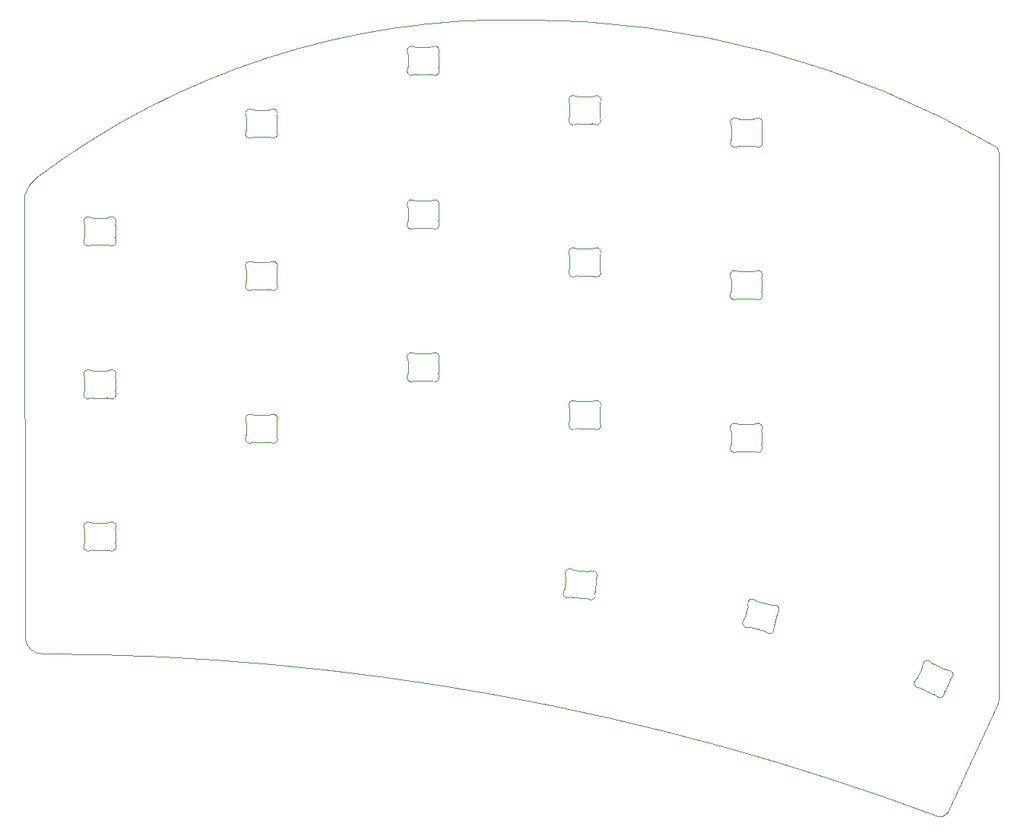
<source format=gbr>
%TF.GenerationSoftware,KiCad,Pcbnew,(6.0.4)*%
%TF.CreationDate,2022-10-21T08:01:46-04:00*%
%TF.ProjectId,half-swept,68616c66-2d73-4776-9570-742e6b696361,rev?*%
%TF.SameCoordinates,Original*%
%TF.FileFunction,Profile,NP*%
%FSLAX46Y46*%
G04 Gerber Fmt 4.6, Leading zero omitted, Abs format (unit mm)*
G04 Created by KiCad (PCBNEW (6.0.4)) date 2022-10-21 08:01:46*
%MOMM*%
%LPD*%
G01*
G04 APERTURE LIST*
%TA.AperFunction,Profile*%
%ADD10C,0.050000*%
%TD*%
%TA.AperFunction,Profile*%
%ADD11C,0.100000*%
%TD*%
G04 APERTURE END LIST*
D10*
X141145325Y-63799798D02*
X141185524Y-113068119D01*
X249697303Y-59206870D02*
G75*
G03*
X249335271Y-58403096I-1044703J12870D01*
G01*
X142572273Y-61786100D02*
G75*
G03*
X141145325Y-63799798I2445127J-3245100D01*
G01*
X249335270Y-58403097D02*
G75*
G03*
X196835272Y-44253095I-52476920J-90233343D01*
G01*
X242678448Y-132937301D02*
G75*
G03*
X143223270Y-114904215I-99965888J-268055219D01*
G01*
X141185496Y-113068121D02*
G75*
G03*
X143223270Y-114904215I1978004J146421D01*
G01*
X249697270Y-59206870D02*
X249697271Y-119903095D01*
X196835272Y-44253092D02*
G75*
G03*
X142572269Y-61786095I-1656772J-87608408D01*
G01*
X249585264Y-120403091D02*
G75*
G03*
X249697271Y-119903095I-1059964J499991D01*
G01*
X242678456Y-132937286D02*
G75*
G03*
X243885271Y-132603095I439944J757386D01*
G01*
X249585270Y-120403094D02*
X243885271Y-132603095D01*
D11*
%TO.C,D12*%
X201273235Y-107694428D02*
X201395749Y-106294093D01*
X202367327Y-105578893D02*
X203950186Y-105717375D01*
X203688717Y-108705958D02*
X202105860Y-108567476D01*
X204782809Y-106590422D02*
X204660295Y-107990757D01*
X203950186Y-105717375D02*
G75*
G03*
X204207436Y-105671322I43577J498098D01*
G01*
X204851008Y-106378682D02*
G75*
G03*
X204782809Y-106590421I429880J-255312D01*
G01*
X203934064Y-108795983D02*
G75*
G03*
X204690690Y-108211122I288923J408073D01*
G01*
X201205039Y-107906169D02*
G75*
G03*
X201848608Y-108613527I429895J-255318D01*
G01*
X202121980Y-105488867D02*
G75*
G03*
X202367326Y-105578892I288928J408082D01*
G01*
X202121981Y-105488866D02*
G75*
G03*
X201365354Y-106073727I-288925J-408071D01*
G01*
X201205038Y-107906169D02*
G75*
G03*
X201273235Y-107694429I-429931J255324D01*
G01*
X204660296Y-107990757D02*
G75*
G03*
X204690690Y-108211123I498087J-43579D01*
G01*
X204851009Y-106378682D02*
G75*
G03*
X204207436Y-105671322I-429900J255316D01*
G01*
X201395763Y-106294094D02*
G75*
G03*
X201365354Y-106073727I-497709J43602D01*
G01*
X202105860Y-108567477D02*
G75*
G03*
X201848609Y-108613529I-43577J-498106D01*
G01*
X203934064Y-108795983D02*
G75*
G03*
X203688717Y-108705958I-288927J-408081D01*
G01*
%TO.C,D16*%
X165835271Y-56525937D02*
X165835271Y-55120253D01*
X169235269Y-55120253D02*
X169235269Y-56525937D01*
X166740818Y-54323096D02*
X168329723Y-54323096D01*
X168329722Y-57323095D02*
X166740818Y-57323095D01*
X166740818Y-57323096D02*
G75*
G03*
X166488560Y-57391394I2J-500009D01*
G01*
X169284754Y-54903375D02*
G75*
G03*
X169235269Y-55120252I450505J-216876D01*
G01*
X168581981Y-57391394D02*
G75*
G03*
X169284754Y-56742814I252259J431700D01*
G01*
X168329723Y-54323096D02*
G75*
G03*
X168581981Y-54254797I-3J500009D01*
G01*
X169235269Y-56525937D02*
G75*
G03*
X169284754Y-56742815I499990J-2D01*
G01*
X165785788Y-56742816D02*
G75*
G03*
X165835271Y-56525938I-450548J216881D01*
G01*
X165835275Y-55120253D02*
G75*
G03*
X165785786Y-54903375I-499705J58D01*
G01*
X166488560Y-54254795D02*
G75*
G03*
X165785786Y-54903375I-252260J-431700D01*
G01*
X169284755Y-54903375D02*
G75*
G03*
X168581981Y-54254797I-450516J216877D01*
G01*
X168581981Y-57391394D02*
G75*
G03*
X168329722Y-57323095I-252261J-431710D01*
G01*
X166488559Y-54254796D02*
G75*
G03*
X166740817Y-54323095I252261J431711D01*
G01*
X165785789Y-56742816D02*
G75*
G03*
X166488559Y-57391392I450511J-216879D01*
G01*
%TO.C,D8*%
X183835270Y-83659937D02*
X183835270Y-82254253D01*
X187235268Y-82254253D02*
X187235268Y-83659937D01*
X184740817Y-81457096D02*
X186329722Y-81457096D01*
X186329721Y-84457095D02*
X184740817Y-84457095D01*
X186581980Y-84525394D02*
G75*
G03*
X187284753Y-83876814I252259J431700D01*
G01*
X187284754Y-82037375D02*
G75*
G03*
X186581980Y-81388797I-450516J216877D01*
G01*
X184740817Y-84457096D02*
G75*
G03*
X184488559Y-84525394I2J-500009D01*
G01*
X183785788Y-83876816D02*
G75*
G03*
X184488558Y-84525392I450511J-216879D01*
G01*
X183785787Y-83876816D02*
G75*
G03*
X183835270Y-83659938I-450548J216881D01*
G01*
X184488559Y-81388795D02*
G75*
G03*
X183785785Y-82037375I-252260J-431700D01*
G01*
X187235268Y-83659937D02*
G75*
G03*
X187284753Y-83876815I499990J-2D01*
G01*
X184488558Y-81388796D02*
G75*
G03*
X184740816Y-81457095I252261J431711D01*
G01*
X186329722Y-81457096D02*
G75*
G03*
X186581980Y-81388797I-3J500009D01*
G01*
X187284753Y-82037375D02*
G75*
G03*
X187235268Y-82254252I450505J-216876D01*
G01*
X186581980Y-84525394D02*
G75*
G03*
X186329721Y-84457095I-252261J-431710D01*
G01*
X183835274Y-82254253D02*
G75*
G03*
X183785785Y-82037375I-499705J58D01*
G01*
%TO.C,D2*%
X183835271Y-49525937D02*
X183835271Y-48120253D01*
X187235269Y-48120253D02*
X187235269Y-49525937D01*
X186329722Y-50323095D02*
X184740818Y-50323095D01*
X184740818Y-47323096D02*
X186329723Y-47323096D01*
X183785789Y-49742816D02*
G75*
G03*
X184488559Y-50391392I450511J-216879D01*
G01*
X187284755Y-47903375D02*
G75*
G03*
X186581981Y-47254797I-450516J216877D01*
G01*
X186581981Y-50391394D02*
G75*
G03*
X187284754Y-49742814I252259J431700D01*
G01*
X184488559Y-47254796D02*
G75*
G03*
X184740817Y-47323095I252261J431711D01*
G01*
X186581981Y-50391394D02*
G75*
G03*
X186329722Y-50323095I-252261J-431710D01*
G01*
X186329723Y-47323096D02*
G75*
G03*
X186581981Y-47254797I-3J500009D01*
G01*
X184488560Y-47254795D02*
G75*
G03*
X183785786Y-47903375I-252260J-431700D01*
G01*
X187284754Y-47903375D02*
G75*
G03*
X187235269Y-48120252I450505J-216876D01*
G01*
X183785788Y-49742816D02*
G75*
G03*
X183835271Y-49525938I-450548J216881D01*
G01*
X184740818Y-50323096D02*
G75*
G03*
X184488560Y-50391394I2J-500009D01*
G01*
X187235269Y-49525937D02*
G75*
G03*
X187284754Y-49742815I499990J-2D01*
G01*
X183835275Y-48120253D02*
G75*
G03*
X183785786Y-47903375I-499705J58D01*
G01*
%TO.C,D15*%
X222770917Y-109041684D02*
X224305682Y-109452923D01*
X224974053Y-110457290D02*
X224610235Y-111815076D01*
X223529224Y-112350699D02*
X221994460Y-111939460D01*
X221326089Y-110935092D02*
X221689907Y-109577305D01*
X221994460Y-111939461D02*
G75*
G03*
X221733121Y-111940143I-129410J-482972D01*
G01*
X221222160Y-111131774D02*
G75*
G03*
X221326089Y-110935093I-379063J326102D01*
G01*
X221222160Y-111131774D02*
G75*
G03*
X221733120Y-111940141I379028J-326090D01*
G01*
X222544933Y-108910420D02*
G75*
G03*
X221698240Y-109355010I-355397J-351701D01*
G01*
X225077984Y-110260609D02*
G75*
G03*
X224974053Y-110457289I379014J-326081D01*
G01*
X223755210Y-112481960D02*
G75*
G03*
X223529224Y-112350699I-355404J-351716D01*
G01*
X222544932Y-108910421D02*
G75*
G03*
X222770917Y-109041682I355400J351710D01*
G01*
X224305682Y-109452922D02*
G75*
G03*
X224567021Y-109452240I129409J482964D01*
G01*
X225077984Y-110260609D02*
G75*
G03*
X224567021Y-109452240I-379033J326089D01*
G01*
X221689911Y-109577306D02*
G75*
G03*
X221698240Y-109355010I-482663J129389D01*
G01*
X223755210Y-112481960D02*
G75*
G03*
X224601902Y-112037371I355396J351701D01*
G01*
X224610234Y-111815076D02*
G75*
G03*
X224601901Y-112037372I482954J-129409D01*
G01*
%TO.C,D11*%
X201835271Y-88993938D02*
X201835271Y-87588254D01*
X202740818Y-86791097D02*
X204329723Y-86791097D01*
X205235269Y-87588254D02*
X205235269Y-88993938D01*
X204329722Y-89791096D02*
X202740818Y-89791096D01*
X202740818Y-89791097D02*
G75*
G03*
X202488560Y-89859395I2J-500009D01*
G01*
X201835275Y-87588254D02*
G75*
G03*
X201785786Y-87371376I-499705J58D01*
G01*
X204581981Y-89859395D02*
G75*
G03*
X204329722Y-89791096I-252261J-431710D01*
G01*
X205235269Y-88993938D02*
G75*
G03*
X205284754Y-89210816I499990J-2D01*
G01*
X205284754Y-87371376D02*
G75*
G03*
X205235269Y-87588253I450505J-216876D01*
G01*
X204581981Y-89859395D02*
G75*
G03*
X205284754Y-89210815I252259J431700D01*
G01*
X201785788Y-89210817D02*
G75*
G03*
X201835271Y-88993939I-450548J216881D01*
G01*
X201785789Y-89210817D02*
G75*
G03*
X202488559Y-89859393I450511J-216879D01*
G01*
X204329723Y-86791097D02*
G75*
G03*
X204581981Y-86722798I-3J500009D01*
G01*
X202488560Y-86722796D02*
G75*
G03*
X201785786Y-87371376I-252260J-431700D01*
G01*
X205284755Y-87371376D02*
G75*
G03*
X204581981Y-86722798I-450516J216877D01*
G01*
X202488559Y-86722797D02*
G75*
G03*
X202740817Y-86791096I252261J431711D01*
G01*
%TO.C,D14*%
X204329722Y-72773096D02*
X202740818Y-72773096D01*
X201835271Y-71975938D02*
X201835271Y-70570254D01*
X205235269Y-70570254D02*
X205235269Y-71975938D01*
X202740818Y-69773097D02*
X204329723Y-69773097D01*
X204329723Y-69773097D02*
G75*
G03*
X204581981Y-69704798I-3J500009D01*
G01*
X201785788Y-72192817D02*
G75*
G03*
X201835271Y-71975939I-450548J216881D01*
G01*
X201785789Y-72192817D02*
G75*
G03*
X202488559Y-72841393I450511J-216879D01*
G01*
X202488559Y-69704797D02*
G75*
G03*
X202740817Y-69773096I252261J431711D01*
G01*
X201835275Y-70570254D02*
G75*
G03*
X201785786Y-70353376I-499705J58D01*
G01*
X204581981Y-72841395D02*
G75*
G03*
X205284754Y-72192815I252259J431700D01*
G01*
X204581981Y-72841395D02*
G75*
G03*
X204329722Y-72773096I-252261J-431710D01*
G01*
X202488560Y-69704796D02*
G75*
G03*
X201785786Y-70353376I-252260J-431700D01*
G01*
X202740818Y-72773097D02*
G75*
G03*
X202488560Y-72841395I2J-500009D01*
G01*
X205284754Y-70353376D02*
G75*
G03*
X205235269Y-70570253I450505J-216876D01*
G01*
X205284755Y-70353376D02*
G75*
G03*
X204581981Y-69704798I-450516J216877D01*
G01*
X205235269Y-71975938D02*
G75*
G03*
X205284754Y-72192816I499990J-2D01*
G01*
%TO.C,D10*%
X166740818Y-88315096D02*
X168329723Y-88315096D01*
X168329722Y-91315095D02*
X166740818Y-91315095D01*
X165835271Y-90517937D02*
X165835271Y-89112253D01*
X169235269Y-89112253D02*
X169235269Y-90517937D01*
X169284754Y-88895375D02*
G75*
G03*
X169235269Y-89112252I450505J-216876D01*
G01*
X168581981Y-91383394D02*
G75*
G03*
X169284754Y-90734814I252259J431700D01*
G01*
X168581981Y-91383394D02*
G75*
G03*
X168329722Y-91315095I-252261J-431710D01*
G01*
X168329723Y-88315096D02*
G75*
G03*
X168581981Y-88246797I-3J500009D01*
G01*
X166740818Y-91315096D02*
G75*
G03*
X166488560Y-91383394I2J-500009D01*
G01*
X165785789Y-90734816D02*
G75*
G03*
X166488559Y-91383392I450511J-216879D01*
G01*
X169235269Y-90517937D02*
G75*
G03*
X169284754Y-90734815I499990J-2D01*
G01*
X166488560Y-88246795D02*
G75*
G03*
X165785786Y-88895375I-252260J-431700D01*
G01*
X165785788Y-90734816D02*
G75*
G03*
X165835271Y-90517938I-450548J216881D01*
G01*
X166488559Y-88246796D02*
G75*
G03*
X166740817Y-88315095I252261J431711D01*
G01*
X165835275Y-89112253D02*
G75*
G03*
X165785786Y-88895375I-499705J58D01*
G01*
X169284755Y-88895375D02*
G75*
G03*
X168581981Y-88246797I-450516J216877D01*
G01*
%TO.C,D1*%
X147835271Y-68525937D02*
X147835271Y-67120253D01*
X151235269Y-67120253D02*
X151235269Y-68525937D01*
X150329722Y-69323095D02*
X148740818Y-69323095D01*
X148740818Y-66323096D02*
X150329723Y-66323096D01*
X148488560Y-66254795D02*
G75*
G03*
X147785786Y-66903375I-252260J-431700D01*
G01*
X150329723Y-66323096D02*
G75*
G03*
X150581981Y-66254797I-3J500009D01*
G01*
X148740818Y-69323096D02*
G75*
G03*
X148488560Y-69391394I2J-500009D01*
G01*
X150581981Y-69391394D02*
G75*
G03*
X150329722Y-69323095I-252261J-431710D01*
G01*
X151235269Y-68525937D02*
G75*
G03*
X151284754Y-68742815I499990J-2D01*
G01*
X151284755Y-66903375D02*
G75*
G03*
X150581981Y-66254797I-450516J216877D01*
G01*
X147785789Y-68742816D02*
G75*
G03*
X148488559Y-69391392I450511J-216879D01*
G01*
X150581981Y-69391394D02*
G75*
G03*
X151284754Y-68742814I252259J431700D01*
G01*
X151284754Y-66903375D02*
G75*
G03*
X151235269Y-67120252I450505J-216876D01*
G01*
X148488559Y-66254796D02*
G75*
G03*
X148740817Y-66323095I252261J431711D01*
G01*
X147835275Y-67120253D02*
G75*
G03*
X147785786Y-66903375I-499705J58D01*
G01*
X147785788Y-68742816D02*
G75*
G03*
X147835271Y-68525938I-450548J216881D01*
G01*
%TO.C,D9*%
X220720818Y-89331096D02*
X222309723Y-89331096D01*
X219815271Y-91533937D02*
X219815271Y-90128253D01*
X222309722Y-92331095D02*
X220720818Y-92331095D01*
X223215269Y-90128253D02*
X223215269Y-91533937D01*
X220468560Y-89262795D02*
G75*
G03*
X219765786Y-89911375I-252260J-431700D01*
G01*
X223215269Y-91533937D02*
G75*
G03*
X223264754Y-91750815I499990J-2D01*
G01*
X219765788Y-91750816D02*
G75*
G03*
X219815271Y-91533938I-450548J216881D01*
G01*
X222561981Y-92399394D02*
G75*
G03*
X222309722Y-92331095I-252261J-431710D01*
G01*
X223264755Y-89911375D02*
G75*
G03*
X222561981Y-89262797I-450516J216877D01*
G01*
X219765789Y-91750816D02*
G75*
G03*
X220468559Y-92399392I450511J-216879D01*
G01*
X220720818Y-92331096D02*
G75*
G03*
X220468560Y-92399394I2J-500009D01*
G01*
X222309723Y-89331096D02*
G75*
G03*
X222561981Y-89262797I-3J500009D01*
G01*
X220468559Y-89262796D02*
G75*
G03*
X220720817Y-89331095I252261J431711D01*
G01*
X219815275Y-90128253D02*
G75*
G03*
X219765786Y-89911375I-499705J58D01*
G01*
X223264754Y-89911375D02*
G75*
G03*
X223215269Y-90128252I450505J-216876D01*
G01*
X222561981Y-92399394D02*
G75*
G03*
X223264754Y-91750814I252259J431700D01*
G01*
%TO.C,D17*%
X201835272Y-55025937D02*
X201835272Y-53620253D01*
X205235270Y-53620253D02*
X205235270Y-55025937D01*
X204329723Y-55823095D02*
X202740819Y-55823095D01*
X202740819Y-52823096D02*
X204329724Y-52823096D01*
X202488561Y-52754795D02*
G75*
G03*
X201785787Y-53403375I-252260J-431700D01*
G01*
X201835276Y-53620253D02*
G75*
G03*
X201785787Y-53403375I-499705J58D01*
G01*
X202488560Y-52754796D02*
G75*
G03*
X202740818Y-52823095I252261J431711D01*
G01*
X201785790Y-55242816D02*
G75*
G03*
X202488560Y-55891392I450511J-216879D01*
G01*
X205284755Y-53403375D02*
G75*
G03*
X205235270Y-53620252I450505J-216876D01*
G01*
X204581982Y-55891394D02*
G75*
G03*
X205284755Y-55242814I252259J431700D01*
G01*
X204581982Y-55891394D02*
G75*
G03*
X204329723Y-55823095I-252261J-431710D01*
G01*
X202740819Y-55823096D02*
G75*
G03*
X202488561Y-55891394I2J-500009D01*
G01*
X205235270Y-55025937D02*
G75*
G03*
X205284755Y-55242815I499990J-2D01*
G01*
X204329724Y-52823096D02*
G75*
G03*
X204581982Y-52754797I-3J500009D01*
G01*
X205284756Y-53403375D02*
G75*
G03*
X204581982Y-52754797I-450516J216877D01*
G01*
X201785789Y-55242816D02*
G75*
G03*
X201835272Y-55025938I-450548J216881D01*
G01*
%TO.C,D18*%
X244219928Y-117780510D02*
X243625860Y-119054492D01*
X240544416Y-117617591D02*
X241138483Y-116343609D01*
X242296081Y-116003840D02*
X243736118Y-116675340D01*
X242468262Y-119394262D02*
X241028226Y-118722762D01*
X241028226Y-118722761D02*
G75*
G03*
X240770739Y-118678053I-211303J-453125D01*
G01*
X240407912Y-117793238D02*
G75*
G03*
X240770738Y-118678051I316645J-386953D01*
G01*
X242668022Y-119562771D02*
G75*
G03*
X243579053Y-119271963I411069J284644D01*
G01*
X244356433Y-117604865D02*
G75*
G03*
X243993605Y-116720049I-316648J386954D01*
G01*
X242668022Y-119562771D02*
G75*
G03*
X242468262Y-119394262I-411074J-284652D01*
G01*
X242096322Y-115835329D02*
G75*
G03*
X242296080Y-116003838I411074J284652D01*
G01*
X241138495Y-116343615D02*
G75*
G03*
X241185291Y-116126137I-452779J211199D01*
G01*
X240407909Y-117793235D02*
G75*
G03*
X240544415Y-117617592I-316597J386921D01*
G01*
X242096322Y-115835329D02*
G75*
G03*
X241185291Y-116126137I-411069J-284644D01*
G01*
X244356433Y-117604864D02*
G75*
G03*
X244219928Y-117780509I316641J-386949D01*
G01*
X243625860Y-119054492D02*
G75*
G03*
X243579052Y-119271964I453144J-211307D01*
G01*
X243736118Y-116675340D02*
G75*
G03*
X243993605Y-116720049I211308J453155D01*
G01*
%TO.C,D4*%
X147835271Y-85575937D02*
X147835271Y-84170253D01*
X150329722Y-86373095D02*
X148740818Y-86373095D01*
X148740818Y-83373096D02*
X150329723Y-83373096D01*
X151235269Y-84170253D02*
X151235269Y-85575937D01*
X150581981Y-86441394D02*
G75*
G03*
X150329722Y-86373095I-252261J-431710D01*
G01*
X148488559Y-83304796D02*
G75*
G03*
X148740817Y-83373095I252261J431711D01*
G01*
X150581981Y-86441394D02*
G75*
G03*
X151284754Y-85792814I252259J431700D01*
G01*
X151284754Y-83953375D02*
G75*
G03*
X151235269Y-84170252I450505J-216876D01*
G01*
X148488560Y-83304795D02*
G75*
G03*
X147785786Y-83953375I-252260J-431700D01*
G01*
X151284755Y-83953375D02*
G75*
G03*
X150581981Y-83304797I-450516J216877D01*
G01*
X148740818Y-86373096D02*
G75*
G03*
X148488560Y-86441394I2J-500009D01*
G01*
X147785789Y-85792816D02*
G75*
G03*
X148488559Y-86441392I450511J-216879D01*
G01*
X150329723Y-83373096D02*
G75*
G03*
X150581981Y-83304797I-3J500009D01*
G01*
X147835275Y-84170253D02*
G75*
G03*
X147785786Y-83953375I-499705J58D01*
G01*
X147785788Y-85792816D02*
G75*
G03*
X147835271Y-85575938I-450548J216881D01*
G01*
X151235269Y-85575937D02*
G75*
G03*
X151284754Y-85792815I499990J-2D01*
G01*
%TO.C,D3*%
X220740817Y-55323096D02*
X222329722Y-55323096D01*
X223235268Y-56120253D02*
X223235268Y-57525937D01*
X222329721Y-58323095D02*
X220740817Y-58323095D01*
X219835270Y-57525937D02*
X219835270Y-56120253D01*
X219835274Y-56120253D02*
G75*
G03*
X219785785Y-55903375I-499705J58D01*
G01*
X219785788Y-57742816D02*
G75*
G03*
X220488558Y-58391392I450511J-216879D01*
G01*
X220488558Y-55254796D02*
G75*
G03*
X220740816Y-55323095I252261J431711D01*
G01*
X222581980Y-58391394D02*
G75*
G03*
X222329721Y-58323095I-252261J-431710D01*
G01*
X222329722Y-55323096D02*
G75*
G03*
X222581980Y-55254797I-3J500009D01*
G01*
X223235268Y-57525937D02*
G75*
G03*
X223284753Y-57742815I499990J-2D01*
G01*
X220488559Y-55254795D02*
G75*
G03*
X219785785Y-55903375I-252260J-431700D01*
G01*
X223284754Y-55903375D02*
G75*
G03*
X222581980Y-55254797I-450516J216877D01*
G01*
X222581980Y-58391394D02*
G75*
G03*
X223284753Y-57742814I252259J431700D01*
G01*
X223284753Y-55903375D02*
G75*
G03*
X223235268Y-56120252I450505J-216876D01*
G01*
X219785787Y-57742816D02*
G75*
G03*
X219835270Y-57525938I-450548J216881D01*
G01*
X220740817Y-58323096D02*
G75*
G03*
X220488559Y-58391394I2J-500009D01*
G01*
%TO.C,D7*%
X148740819Y-100323096D02*
X150329724Y-100323096D01*
X151235270Y-101120253D02*
X151235270Y-102525937D01*
X150329723Y-103323095D02*
X148740819Y-103323095D01*
X147835272Y-102525937D02*
X147835272Y-101120253D01*
X150581982Y-103391394D02*
G75*
G03*
X151284755Y-102742814I252259J431700D01*
G01*
X148740819Y-103323096D02*
G75*
G03*
X148488561Y-103391394I2J-500009D01*
G01*
X147835276Y-101120253D02*
G75*
G03*
X147785787Y-100903375I-499705J58D01*
G01*
X151284755Y-100903375D02*
G75*
G03*
X151235270Y-101120252I450505J-216876D01*
G01*
X147785790Y-102742816D02*
G75*
G03*
X148488560Y-103391392I450511J-216879D01*
G01*
X148488560Y-100254796D02*
G75*
G03*
X148740818Y-100323095I252261J431711D01*
G01*
X148488561Y-100254795D02*
G75*
G03*
X147785787Y-100903375I-252260J-431700D01*
G01*
X151284756Y-100903375D02*
G75*
G03*
X150581982Y-100254797I-450516J216877D01*
G01*
X147785789Y-102742816D02*
G75*
G03*
X147835272Y-102525938I-450548J216881D01*
G01*
X150581982Y-103391394D02*
G75*
G03*
X150329723Y-103323095I-252261J-431710D01*
G01*
X151235270Y-102525937D02*
G75*
G03*
X151284755Y-102742815I499990J-2D01*
G01*
X150329724Y-100323096D02*
G75*
G03*
X150581982Y-100254797I-3J500009D01*
G01*
%TO.C,D5*%
X183835271Y-66641937D02*
X183835271Y-65236253D01*
X187235269Y-65236253D02*
X187235269Y-66641937D01*
X186329722Y-67439095D02*
X184740818Y-67439095D01*
X184740818Y-64439096D02*
X186329723Y-64439096D01*
X183835275Y-65236253D02*
G75*
G03*
X183785786Y-65019375I-499705J58D01*
G01*
X186329723Y-64439096D02*
G75*
G03*
X186581981Y-64370797I-3J500009D01*
G01*
X184488559Y-64370796D02*
G75*
G03*
X184740817Y-64439095I252261J431711D01*
G01*
X186581981Y-67507394D02*
G75*
G03*
X187284754Y-66858814I252259J431700D01*
G01*
X183785788Y-66858816D02*
G75*
G03*
X183835271Y-66641938I-450548J216881D01*
G01*
X184740818Y-67439096D02*
G75*
G03*
X184488560Y-67507394I2J-500009D01*
G01*
X186581981Y-67507394D02*
G75*
G03*
X186329722Y-67439095I-252261J-431710D01*
G01*
X187284754Y-65019375D02*
G75*
G03*
X187235269Y-65236252I450505J-216876D01*
G01*
X187235269Y-66641937D02*
G75*
G03*
X187284754Y-66858815I499990J-2D01*
G01*
X183785789Y-66858816D02*
G75*
G03*
X184488559Y-67507392I450511J-216879D01*
G01*
X187284755Y-65019375D02*
G75*
G03*
X186581981Y-64370797I-450516J216877D01*
G01*
X184488560Y-64370795D02*
G75*
G03*
X183785786Y-65019375I-252260J-431700D01*
G01*
%TO.C,D6*%
X223215269Y-73110254D02*
X223215269Y-74515938D01*
X222309722Y-75313096D02*
X220720818Y-75313096D01*
X219815271Y-74515938D02*
X219815271Y-73110254D01*
X220720818Y-72313097D02*
X222309723Y-72313097D01*
X222561981Y-75381395D02*
G75*
G03*
X222309722Y-75313096I-252261J-431710D01*
G01*
X219765789Y-74732817D02*
G75*
G03*
X220468559Y-75381393I450511J-216879D01*
G01*
X223264754Y-72893376D02*
G75*
G03*
X223215269Y-73110253I450505J-216876D01*
G01*
X220720818Y-75313097D02*
G75*
G03*
X220468560Y-75381395I2J-500009D01*
G01*
X223264755Y-72893376D02*
G75*
G03*
X222561981Y-72244798I-450516J216877D01*
G01*
X223215269Y-74515938D02*
G75*
G03*
X223264754Y-74732816I499990J-2D01*
G01*
X219815275Y-73110254D02*
G75*
G03*
X219765786Y-72893376I-499705J58D01*
G01*
X220468559Y-72244797D02*
G75*
G03*
X220720817Y-72313096I252261J431711D01*
G01*
X219765788Y-74732817D02*
G75*
G03*
X219815271Y-74515939I-450548J216881D01*
G01*
X222309723Y-72313097D02*
G75*
G03*
X222561981Y-72244798I-3J500009D01*
G01*
X220468560Y-72244796D02*
G75*
G03*
X219765786Y-72893376I-252260J-431700D01*
G01*
X222561981Y-75381395D02*
G75*
G03*
X223264754Y-74732815I252259J431700D01*
G01*
%TO.C,D13*%
X169235270Y-72094253D02*
X169235270Y-73499937D01*
X168329723Y-74297095D02*
X166740819Y-74297095D01*
X165835272Y-73499937D02*
X165835272Y-72094253D01*
X166740819Y-71297096D02*
X168329724Y-71297096D01*
X169284756Y-71877375D02*
G75*
G03*
X168581982Y-71228797I-450516J216877D01*
G01*
X168581982Y-74365394D02*
G75*
G03*
X169284755Y-73716814I252259J431700D01*
G01*
X168329724Y-71297096D02*
G75*
G03*
X168581982Y-71228797I-3J500009D01*
G01*
X165785789Y-73716816D02*
G75*
G03*
X165835272Y-73499938I-450548J216881D01*
G01*
X166488561Y-71228795D02*
G75*
G03*
X165785787Y-71877375I-252260J-431700D01*
G01*
X169235270Y-73499937D02*
G75*
G03*
X169284755Y-73716815I499990J-2D01*
G01*
X168581982Y-74365394D02*
G75*
G03*
X168329723Y-74297095I-252261J-431710D01*
G01*
X165785790Y-73716816D02*
G75*
G03*
X166488560Y-74365392I450511J-216879D01*
G01*
X166488560Y-71228796D02*
G75*
G03*
X166740818Y-71297095I252261J431711D01*
G01*
X169284755Y-71877375D02*
G75*
G03*
X169235270Y-72094252I450505J-216876D01*
G01*
X165835276Y-72094253D02*
G75*
G03*
X165785787Y-71877375I-499705J58D01*
G01*
X166740819Y-74297096D02*
G75*
G03*
X166488561Y-74365394I2J-500009D01*
G01*
%TO.C,D34*%
X166740818Y-57323095D02*
X168329722Y-57323095D01*
X168329722Y-54323096D02*
X166740817Y-54323096D01*
X165835271Y-55120253D02*
X165835271Y-56525937D01*
X169235269Y-56525937D02*
X169235269Y-55120253D01*
X169284752Y-54903374D02*
G75*
G03*
X169235269Y-55120253I450548J-216881D01*
G01*
X169235265Y-56525938D02*
G75*
G03*
X169284754Y-56742815I499705J-57D01*
G01*
X168329723Y-54323095D02*
G75*
G03*
X168581981Y-54254796I-3J500010D01*
G01*
X169284753Y-54903375D02*
G75*
G03*
X168581981Y-54254796I-450513J216880D01*
G01*
X165785786Y-56742815D02*
G75*
G03*
X165835271Y-56525937I-450505J216876D01*
G01*
X166488559Y-54254798D02*
G75*
G03*
X165785786Y-54903375I-252258J-431700D01*
G01*
X166488559Y-54254797D02*
G75*
G03*
X166740817Y-54323096I252261J431710D01*
G01*
X165835271Y-55120252D02*
G75*
G03*
X165785786Y-54903375I-499990J1D01*
G01*
X168581980Y-57391394D02*
G75*
G03*
X168329722Y-57323095I-252260J-431711D01*
G01*
X168581981Y-57391392D02*
G75*
G03*
X169284754Y-56742815I252258J431700D01*
G01*
X165785786Y-56742814D02*
G75*
G03*
X166488559Y-57391394I450515J-216879D01*
G01*
X166740818Y-57323095D02*
G75*
G03*
X166488559Y-57391394I-6J-499982D01*
G01*
%TO.C,D26*%
X187235268Y-83659937D02*
X187235268Y-82254253D01*
X183835270Y-82254253D02*
X183835270Y-83659937D01*
X184740817Y-84457095D02*
X186329721Y-84457095D01*
X186329721Y-81457096D02*
X184740816Y-81457096D01*
X186581980Y-84525392D02*
G75*
G03*
X187284753Y-83876815I252258J431700D01*
G01*
X187284752Y-82037375D02*
G75*
G03*
X186581980Y-81388796I-450513J216880D01*
G01*
X183785785Y-83876815D02*
G75*
G03*
X183835270Y-83659937I-450505J216876D01*
G01*
X184488558Y-81388797D02*
G75*
G03*
X184740816Y-81457096I252261J431710D01*
G01*
X183785785Y-83876814D02*
G75*
G03*
X184488558Y-84525394I450515J-216879D01*
G01*
X187284751Y-82037374D02*
G75*
G03*
X187235268Y-82254253I450548J-216881D01*
G01*
X184488558Y-81388798D02*
G75*
G03*
X183785785Y-82037375I-252258J-431700D01*
G01*
X186581979Y-84525394D02*
G75*
G03*
X186329721Y-84457095I-252260J-431711D01*
G01*
X183835270Y-82254252D02*
G75*
G03*
X183785785Y-82037375I-499990J1D01*
G01*
X186329722Y-81457095D02*
G75*
G03*
X186581980Y-81388796I-3J500010D01*
G01*
X184740817Y-84457095D02*
G75*
G03*
X184488558Y-84525394I-6J-499982D01*
G01*
X187235264Y-83659938D02*
G75*
G03*
X187284753Y-83876815I499705J-57D01*
G01*
%TO.C,D31*%
X165835272Y-72094253D02*
X165835272Y-73499937D01*
X169235270Y-73499937D02*
X169235270Y-72094253D01*
X166740819Y-74297095D02*
X168329723Y-74297095D01*
X168329723Y-71297096D02*
X166740818Y-71297096D01*
X169284753Y-71877374D02*
G75*
G03*
X169235270Y-72094253I450548J-216881D01*
G01*
X168329724Y-71297095D02*
G75*
G03*
X168581982Y-71228796I-3J500010D01*
G01*
X165785787Y-73716814D02*
G75*
G03*
X166488560Y-74365394I450515J-216879D01*
G01*
X166740819Y-74297095D02*
G75*
G03*
X166488560Y-74365394I-6J-499982D01*
G01*
X166488560Y-71228798D02*
G75*
G03*
X165785787Y-71877375I-252258J-431700D01*
G01*
X168581982Y-74365392D02*
G75*
G03*
X169284755Y-73716815I252258J431700D01*
G01*
X166488560Y-71228797D02*
G75*
G03*
X166740818Y-71297096I252261J431710D01*
G01*
X165835272Y-72094252D02*
G75*
G03*
X165785787Y-71877375I-499990J1D01*
G01*
X169235266Y-73499938D02*
G75*
G03*
X169284755Y-73716815I499705J-57D01*
G01*
X165785787Y-73716815D02*
G75*
G03*
X165835272Y-73499937I-450505J216876D01*
G01*
X169284754Y-71877375D02*
G75*
G03*
X168581982Y-71228796I-450513J216880D01*
G01*
X168581981Y-74365394D02*
G75*
G03*
X168329723Y-74297095I-252260J-431711D01*
G01*
%TO.C,D28*%
X169235269Y-90517937D02*
X169235269Y-89112253D01*
X168329722Y-88315096D02*
X166740817Y-88315096D01*
X166740818Y-91315095D02*
X168329722Y-91315095D01*
X165835271Y-89112253D02*
X165835271Y-90517937D01*
X169284753Y-88895375D02*
G75*
G03*
X168581981Y-88246796I-450513J216880D01*
G01*
X168581980Y-91383394D02*
G75*
G03*
X168329722Y-91315095I-252260J-431711D01*
G01*
X165785786Y-90734814D02*
G75*
G03*
X166488559Y-91383394I450515J-216879D01*
G01*
X168329723Y-88315095D02*
G75*
G03*
X168581981Y-88246796I-3J500010D01*
G01*
X168581981Y-91383392D02*
G75*
G03*
X169284754Y-90734815I252258J431700D01*
G01*
X166488559Y-88246798D02*
G75*
G03*
X165785786Y-88895375I-252258J-431700D01*
G01*
X169235265Y-90517938D02*
G75*
G03*
X169284754Y-90734815I499705J-57D01*
G01*
X169284752Y-88895374D02*
G75*
G03*
X169235269Y-89112253I450548J-216881D01*
G01*
X166740818Y-91315095D02*
G75*
G03*
X166488559Y-91383394I-6J-499982D01*
G01*
X165785786Y-90734815D02*
G75*
G03*
X165835271Y-90517937I-450505J216876D01*
G01*
X165835271Y-89112252D02*
G75*
G03*
X165785786Y-88895375I-499990J1D01*
G01*
X166488559Y-88246797D02*
G75*
G03*
X166740817Y-88315096I252261J431710D01*
G01*
%TO.C,D32*%
X202740818Y-72773096D02*
X204329722Y-72773096D01*
X205235269Y-71975938D02*
X205235269Y-70570254D01*
X201835271Y-70570254D02*
X201835271Y-71975938D01*
X204329722Y-69773097D02*
X202740817Y-69773097D01*
X201785786Y-72192816D02*
G75*
G03*
X201835271Y-71975938I-450505J216876D01*
G01*
X205235265Y-71975939D02*
G75*
G03*
X205284754Y-72192816I499705J-57D01*
G01*
X202740818Y-72773096D02*
G75*
G03*
X202488559Y-72841395I-6J-499982D01*
G01*
X205284753Y-70353376D02*
G75*
G03*
X204581981Y-69704797I-450513J216880D01*
G01*
X204329723Y-69773096D02*
G75*
G03*
X204581981Y-69704797I-3J500010D01*
G01*
X204581981Y-72841393D02*
G75*
G03*
X205284754Y-72192816I252258J431700D01*
G01*
X201785786Y-72192815D02*
G75*
G03*
X202488559Y-72841395I450515J-216879D01*
G01*
X201835271Y-70570253D02*
G75*
G03*
X201785786Y-70353376I-499990J1D01*
G01*
X202488559Y-69704798D02*
G75*
G03*
X202740817Y-69773097I252261J431710D01*
G01*
X204581980Y-72841395D02*
G75*
G03*
X204329722Y-72773096I-252260J-431711D01*
G01*
X205284752Y-70353375D02*
G75*
G03*
X205235269Y-70570254I450548J-216881D01*
G01*
X202488559Y-69704799D02*
G75*
G03*
X201785786Y-70353376I-252258J-431700D01*
G01*
%TO.C,D21*%
X223235268Y-57525937D02*
X223235268Y-56120253D01*
X219835270Y-56120253D02*
X219835270Y-57525937D01*
X220740817Y-58323095D02*
X222329721Y-58323095D01*
X222329721Y-55323096D02*
X220740816Y-55323096D01*
X219785785Y-57742814D02*
G75*
G03*
X220488558Y-58391394I450515J-216879D01*
G01*
X223235264Y-57525938D02*
G75*
G03*
X223284753Y-57742815I499705J-57D01*
G01*
X220488558Y-55254797D02*
G75*
G03*
X220740816Y-55323096I252261J431710D01*
G01*
X223284751Y-55903374D02*
G75*
G03*
X223235268Y-56120253I450548J-216881D01*
G01*
X222329722Y-55323095D02*
G75*
G03*
X222581980Y-55254796I-3J500010D01*
G01*
X223284752Y-55903375D02*
G75*
G03*
X222581980Y-55254796I-450513J216880D01*
G01*
X219835270Y-56120252D02*
G75*
G03*
X219785785Y-55903375I-499990J1D01*
G01*
X219785785Y-57742815D02*
G75*
G03*
X219835270Y-57525937I-450505J216876D01*
G01*
X220740817Y-58323095D02*
G75*
G03*
X220488558Y-58391394I-6J-499982D01*
G01*
X222581980Y-58391392D02*
G75*
G03*
X223284753Y-57742815I252258J431700D01*
G01*
X220488558Y-55254798D02*
G75*
G03*
X219785785Y-55903375I-252258J-431700D01*
G01*
X222581979Y-58391394D02*
G75*
G03*
X222329721Y-58323095I-252260J-431711D01*
G01*
%TO.C,D19*%
X148740818Y-69323095D02*
X150329722Y-69323095D01*
X147835271Y-67120253D02*
X147835271Y-68525937D01*
X151235269Y-68525937D02*
X151235269Y-67120253D01*
X150329722Y-66323096D02*
X148740817Y-66323096D01*
X150581981Y-69391392D02*
G75*
G03*
X151284754Y-68742815I252258J431700D01*
G01*
X151284752Y-66903374D02*
G75*
G03*
X151235269Y-67120253I450548J-216881D01*
G01*
X151235265Y-68525938D02*
G75*
G03*
X151284754Y-68742815I499705J-57D01*
G01*
X148488559Y-66254797D02*
G75*
G03*
X148740817Y-66323096I252261J431710D01*
G01*
X150329723Y-66323095D02*
G75*
G03*
X150581981Y-66254796I-3J500010D01*
G01*
X147785786Y-68742815D02*
G75*
G03*
X147835271Y-68525937I-450505J216876D01*
G01*
X148488559Y-66254798D02*
G75*
G03*
X147785786Y-66903375I-252258J-431700D01*
G01*
X147835271Y-67120252D02*
G75*
G03*
X147785786Y-66903375I-499990J1D01*
G01*
X147785786Y-68742814D02*
G75*
G03*
X148488559Y-69391394I450515J-216879D01*
G01*
X151284753Y-66903375D02*
G75*
G03*
X150581981Y-66254796I-450513J216880D01*
G01*
X150581980Y-69391394D02*
G75*
G03*
X150329722Y-69323095I-252260J-431711D01*
G01*
X148740818Y-69323095D02*
G75*
G03*
X148488559Y-69391394I-6J-499982D01*
G01*
%TO.C,D23*%
X184740818Y-67439095D02*
X186329722Y-67439095D01*
X183835271Y-65236253D02*
X183835271Y-66641937D01*
X186329722Y-64439096D02*
X184740817Y-64439096D01*
X187235269Y-66641937D02*
X187235269Y-65236253D01*
X187284752Y-65019374D02*
G75*
G03*
X187235269Y-65236253I450548J-216881D01*
G01*
X186581981Y-67507392D02*
G75*
G03*
X187284754Y-66858815I252258J431700D01*
G01*
X187235265Y-66641938D02*
G75*
G03*
X187284754Y-66858815I499705J-57D01*
G01*
X186329723Y-64439095D02*
G75*
G03*
X186581981Y-64370796I-3J500010D01*
G01*
X186581980Y-67507394D02*
G75*
G03*
X186329722Y-67439095I-252260J-431711D01*
G01*
X187284753Y-65019375D02*
G75*
G03*
X186581981Y-64370796I-450513J216880D01*
G01*
X184488559Y-64370798D02*
G75*
G03*
X183785786Y-65019375I-252258J-431700D01*
G01*
X183835271Y-65236252D02*
G75*
G03*
X183785786Y-65019375I-499990J1D01*
G01*
X184488559Y-64370797D02*
G75*
G03*
X184740817Y-64439096I252261J431710D01*
G01*
X183785786Y-66858814D02*
G75*
G03*
X184488559Y-67507394I450515J-216879D01*
G01*
X184740818Y-67439095D02*
G75*
G03*
X184488559Y-67507394I-6J-499982D01*
G01*
X183785786Y-66858815D02*
G75*
G03*
X183835271Y-66641937I-450505J216876D01*
G01*
%TO.C,D22*%
X147835271Y-84170253D02*
X147835271Y-85575937D01*
X151235269Y-85575937D02*
X151235269Y-84170253D01*
X148740818Y-86373095D02*
X150329722Y-86373095D01*
X150329722Y-83373096D02*
X148740817Y-83373096D01*
X150329723Y-83373095D02*
G75*
G03*
X150581981Y-83304796I-3J500010D01*
G01*
X150581980Y-86441394D02*
G75*
G03*
X150329722Y-86373095I-252260J-431711D01*
G01*
X148740818Y-86373095D02*
G75*
G03*
X148488559Y-86441394I-6J-499982D01*
G01*
X150581981Y-86441392D02*
G75*
G03*
X151284754Y-85792815I252258J431700D01*
G01*
X147785786Y-85792815D02*
G75*
G03*
X147835271Y-85575937I-450505J216876D01*
G01*
X147785786Y-85792814D02*
G75*
G03*
X148488559Y-86441394I450515J-216879D01*
G01*
X148488559Y-83304798D02*
G75*
G03*
X147785786Y-83953375I-252258J-431700D01*
G01*
X151284753Y-83953375D02*
G75*
G03*
X150581981Y-83304796I-450513J216880D01*
G01*
X151284752Y-83953374D02*
G75*
G03*
X151235269Y-84170253I450548J-216881D01*
G01*
X148488559Y-83304797D02*
G75*
G03*
X148740817Y-83373096I252261J431710D01*
G01*
X151235265Y-85575938D02*
G75*
G03*
X151284754Y-85792815I499705J-57D01*
G01*
X147835271Y-84170252D02*
G75*
G03*
X147785786Y-83953375I-499990J1D01*
G01*
%TO.C,D35*%
X201835272Y-53620253D02*
X201835272Y-55025937D01*
X202740819Y-55823095D02*
X204329723Y-55823095D01*
X204329723Y-52823096D02*
X202740818Y-52823096D01*
X205235270Y-55025937D02*
X205235270Y-53620253D01*
X205284753Y-53403374D02*
G75*
G03*
X205235270Y-53620253I450548J-216881D01*
G01*
X202488560Y-52754797D02*
G75*
G03*
X202740818Y-52823096I252261J431710D01*
G01*
X201785787Y-55242815D02*
G75*
G03*
X201835272Y-55025937I-450505J216876D01*
G01*
X204581981Y-55891394D02*
G75*
G03*
X204329723Y-55823095I-252260J-431711D01*
G01*
X205235266Y-55025938D02*
G75*
G03*
X205284755Y-55242815I499705J-57D01*
G01*
X204581982Y-55891392D02*
G75*
G03*
X205284755Y-55242815I252258J431700D01*
G01*
X201835272Y-53620252D02*
G75*
G03*
X201785787Y-53403375I-499990J1D01*
G01*
X205284754Y-53403375D02*
G75*
G03*
X204581982Y-52754796I-450513J216880D01*
G01*
X202740819Y-55823095D02*
G75*
G03*
X202488560Y-55891394I-6J-499982D01*
G01*
X204329724Y-52823095D02*
G75*
G03*
X204581982Y-52754796I-3J500010D01*
G01*
X202488560Y-52754798D02*
G75*
G03*
X201785787Y-53403375I-252258J-431700D01*
G01*
X201785787Y-55242814D02*
G75*
G03*
X202488560Y-55891394I450515J-216879D01*
G01*
%TO.C,D25*%
X151235270Y-102525937D02*
X151235270Y-101120253D01*
X147835272Y-101120253D02*
X147835272Y-102525937D01*
X148740819Y-103323095D02*
X150329723Y-103323095D01*
X150329723Y-100323096D02*
X148740818Y-100323096D01*
X150581982Y-103391392D02*
G75*
G03*
X151284755Y-102742815I252258J431700D01*
G01*
X147835272Y-101120252D02*
G75*
G03*
X147785787Y-100903375I-499990J1D01*
G01*
X150581981Y-103391394D02*
G75*
G03*
X150329723Y-103323095I-252260J-431711D01*
G01*
X151284754Y-100903375D02*
G75*
G03*
X150581982Y-100254796I-450513J216880D01*
G01*
X151284753Y-100903374D02*
G75*
G03*
X151235270Y-101120253I450548J-216881D01*
G01*
X148488560Y-100254798D02*
G75*
G03*
X147785787Y-100903375I-252258J-431700D01*
G01*
X150329724Y-100323095D02*
G75*
G03*
X150581982Y-100254796I-3J500010D01*
G01*
X148740819Y-103323095D02*
G75*
G03*
X148488560Y-103391394I-6J-499982D01*
G01*
X151235266Y-102525938D02*
G75*
G03*
X151284755Y-102742815I499705J-57D01*
G01*
X147785787Y-102742815D02*
G75*
G03*
X147835272Y-102525937I-450505J216876D01*
G01*
X147785787Y-102742814D02*
G75*
G03*
X148488560Y-103391394I450515J-216879D01*
G01*
X148488560Y-100254797D02*
G75*
G03*
X148740818Y-100323096I252261J431710D01*
G01*
%TO.C,D24*%
X223215269Y-74515938D02*
X223215269Y-73110254D01*
X220720818Y-75313096D02*
X222309722Y-75313096D01*
X222309722Y-72313097D02*
X220720817Y-72313097D01*
X219815271Y-73110254D02*
X219815271Y-74515938D01*
X223215265Y-74515939D02*
G75*
G03*
X223264754Y-74732816I499705J-57D01*
G01*
X219765786Y-74732816D02*
G75*
G03*
X219815271Y-74515938I-450505J216876D01*
G01*
X219815271Y-73110253D02*
G75*
G03*
X219765786Y-72893376I-499990J1D01*
G01*
X220468559Y-72244799D02*
G75*
G03*
X219765786Y-72893376I-252258J-431700D01*
G01*
X219765786Y-74732815D02*
G75*
G03*
X220468559Y-75381395I450515J-216879D01*
G01*
X220468559Y-72244798D02*
G75*
G03*
X220720817Y-72313097I252261J431710D01*
G01*
X223264753Y-72893376D02*
G75*
G03*
X222561981Y-72244797I-450513J216880D01*
G01*
X222561981Y-75381393D02*
G75*
G03*
X223264754Y-74732816I252258J431700D01*
G01*
X223264752Y-72893375D02*
G75*
G03*
X223215269Y-73110254I450548J-216881D01*
G01*
X222309723Y-72313096D02*
G75*
G03*
X222561981Y-72244797I-3J500010D01*
G01*
X222561980Y-75381395D02*
G75*
G03*
X222309722Y-75313096I-252260J-431711D01*
G01*
X220720818Y-75313096D02*
G75*
G03*
X220468559Y-75381395I-6J-499982D01*
G01*
%TO.C,D30*%
X204660295Y-107990757D02*
X204782809Y-106590422D01*
X203950185Y-105717375D02*
X202367326Y-105578893D01*
X201395749Y-106294093D02*
X201273235Y-107694428D01*
X202105860Y-108567476D02*
X203688717Y-108705958D01*
X203934064Y-108795981D02*
G75*
G03*
X204690690Y-108211123I288923J408072D01*
G01*
X204851006Y-106378681D02*
G75*
G03*
X204782809Y-106590422I429931J-255324D01*
G01*
X201395748Y-106294092D02*
G75*
G03*
X201365354Y-106073727I-498086J43578D01*
G01*
X201205037Y-107906167D02*
G75*
G03*
X201848608Y-108613529I429898J-255318D01*
G01*
X201205036Y-107906167D02*
G75*
G03*
X201273235Y-107694428I-429888J255314D01*
G01*
X203934063Y-108795982D02*
G75*
G03*
X203688717Y-108705958I-288926J-408083D01*
G01*
X202105860Y-108567476D02*
G75*
G03*
X201848608Y-108613529I-43583J-498079D01*
G01*
X203950186Y-105717375D02*
G75*
G03*
X204207436Y-105671321I43582J498068D01*
G01*
X202121980Y-105488868D02*
G75*
G03*
X202367326Y-105578893I288927J408081D01*
G01*
X202121980Y-105488867D02*
G75*
G03*
X201365354Y-106073727I-288923J-408073D01*
G01*
X204851007Y-106378681D02*
G75*
G03*
X204207436Y-105671321I-429897J255318D01*
G01*
X204660292Y-107990758D02*
G75*
G03*
X204690690Y-108211123I497798J-43609D01*
G01*
%TO.C,D29*%
X205235269Y-88993938D02*
X205235269Y-87588254D01*
X201835271Y-87588254D02*
X201835271Y-88993938D01*
X204329722Y-86791097D02*
X202740817Y-86791097D01*
X202740818Y-89791096D02*
X204329722Y-89791096D01*
X204581981Y-89859393D02*
G75*
G03*
X205284754Y-89210816I252258J431700D01*
G01*
X201785786Y-89210815D02*
G75*
G03*
X202488559Y-89859395I450515J-216879D01*
G01*
X205284753Y-87371376D02*
G75*
G03*
X204581981Y-86722797I-450513J216880D01*
G01*
X205235265Y-88993939D02*
G75*
G03*
X205284754Y-89210816I499705J-57D01*
G01*
X202488559Y-86722799D02*
G75*
G03*
X201785786Y-87371376I-252258J-431700D01*
G01*
X205284752Y-87371375D02*
G75*
G03*
X205235269Y-87588254I450548J-216881D01*
G01*
X204581980Y-89859395D02*
G75*
G03*
X204329722Y-89791096I-252260J-431711D01*
G01*
X201785786Y-89210816D02*
G75*
G03*
X201835271Y-88993938I-450505J216876D01*
G01*
X201835271Y-87588253D02*
G75*
G03*
X201785786Y-87371376I-499990J1D01*
G01*
X204329723Y-86791096D02*
G75*
G03*
X204581981Y-86722797I-3J500010D01*
G01*
X202740818Y-89791096D02*
G75*
G03*
X202488559Y-89859395I-6J-499982D01*
G01*
X202488559Y-86722798D02*
G75*
G03*
X202740817Y-86791097I252261J431710D01*
G01*
%TO.C,D33*%
X221689907Y-109577305D02*
X221326089Y-110935092D01*
X224305681Y-109452922D02*
X222770916Y-109041683D01*
X224610235Y-111815076D02*
X224974053Y-110457290D01*
X221994460Y-111939460D02*
X223529224Y-112350699D01*
X221222158Y-111131771D02*
G75*
G03*
X221733120Y-111940143I379032J-326091D01*
G01*
X222544932Y-108910422D02*
G75*
G03*
X221698240Y-109355010I-355396J-351702D01*
G01*
X223755212Y-112481957D02*
G75*
G03*
X224601901Y-112037372I355394J351700D01*
G01*
X223755210Y-112481959D02*
G75*
G03*
X223529224Y-112350699I-355400J-351712D01*
G01*
X225077983Y-110260608D02*
G75*
G03*
X224567022Y-109452239I-379030J326090D01*
G01*
X221689907Y-109577304D02*
G75*
G03*
X221698240Y-109355010I-482983J129408D01*
G01*
X224305682Y-109452921D02*
G75*
G03*
X224567022Y-109452239I129411J482941D01*
G01*
X224610230Y-111815076D02*
G75*
G03*
X224601901Y-112037372I482664J-129388D01*
G01*
X222544932Y-108910422D02*
G75*
G03*
X222770916Y-109041683I355399J351709D01*
G01*
X221994460Y-111939461D02*
G75*
G03*
X221733120Y-111940143I-129410J-482943D01*
G01*
X225077982Y-110260607D02*
G75*
G03*
X224974053Y-110457290I379063J-326102D01*
G01*
X221222158Y-111131772D02*
G75*
G03*
X221326089Y-110935092I-379023J326085D01*
G01*
%TO.C,D20*%
X183835271Y-48120253D02*
X183835271Y-49525937D01*
X186329722Y-47323096D02*
X184740817Y-47323096D01*
X187235269Y-49525937D02*
X187235269Y-48120253D01*
X184740818Y-50323095D02*
X186329722Y-50323095D01*
X186581981Y-50391392D02*
G75*
G03*
X187284754Y-49742815I252258J431700D01*
G01*
X187284752Y-47903374D02*
G75*
G03*
X187235269Y-48120253I450548J-216881D01*
G01*
X184740818Y-50323095D02*
G75*
G03*
X184488559Y-50391394I-6J-499982D01*
G01*
X187284753Y-47903375D02*
G75*
G03*
X186581981Y-47254796I-450513J216880D01*
G01*
X183785786Y-49742814D02*
G75*
G03*
X184488559Y-50391394I450515J-216879D01*
G01*
X187235265Y-49525938D02*
G75*
G03*
X187284754Y-49742815I499705J-57D01*
G01*
X184488559Y-47254798D02*
G75*
G03*
X183785786Y-47903375I-252258J-431700D01*
G01*
X186581980Y-50391394D02*
G75*
G03*
X186329722Y-50323095I-252260J-431711D01*
G01*
X183785786Y-49742815D02*
G75*
G03*
X183835271Y-49525937I-450505J216876D01*
G01*
X183835271Y-48120252D02*
G75*
G03*
X183785786Y-47903375I-499990J1D01*
G01*
X186329723Y-47323095D02*
G75*
G03*
X186581981Y-47254796I-3J500010D01*
G01*
X184488559Y-47254797D02*
G75*
G03*
X184740817Y-47323096I252261J431710D01*
G01*
%TO.C,D36*%
X241028226Y-118722762D02*
X242468262Y-119394262D01*
X241138483Y-116343609D02*
X240544416Y-117617591D01*
X243625860Y-119054492D02*
X244219928Y-117780510D01*
X243736117Y-116675340D02*
X242296080Y-116003839D01*
X242096321Y-115835331D02*
G75*
G03*
X242296080Y-116003839I411074J284652D01*
G01*
X244356432Y-117604863D02*
G75*
G03*
X244219928Y-117780510I316677J-386971D01*
G01*
X242096321Y-115835331D02*
G75*
G03*
X241185291Y-116126137I-411068J-284645D01*
G01*
X241138483Y-116343608D02*
G75*
G03*
X241185291Y-116126137I-453144J211306D01*
G01*
X243625856Y-119054491D02*
G75*
G03*
X243579052Y-119271964I452863J-211237D01*
G01*
X240407911Y-117793235D02*
G75*
G03*
X240770738Y-118678053I316648J-386955D01*
G01*
X242668022Y-119562771D02*
G75*
G03*
X242468262Y-119394262I-411075J-284653D01*
G01*
X241028226Y-118722762D02*
G75*
G03*
X240770738Y-118678053I-211311J-453163D01*
G01*
X242668023Y-119562769D02*
G75*
G03*
X243579052Y-119271964I411068J284644D01*
G01*
X240407910Y-117793236D02*
G75*
G03*
X240544416Y-117617591I-316640J386948D01*
G01*
X244356432Y-117604863D02*
G75*
G03*
X243993606Y-116720048I-316646J386954D01*
G01*
X243736118Y-116675338D02*
G75*
G03*
X243993606Y-116720048I211307J453132D01*
G01*
%TO.C,D27*%
X220720818Y-92331095D02*
X222309722Y-92331095D01*
X219815271Y-90128253D02*
X219815271Y-91533937D01*
X223215269Y-91533937D02*
X223215269Y-90128253D01*
X222309722Y-89331096D02*
X220720817Y-89331096D01*
X223264752Y-89911374D02*
G75*
G03*
X223215269Y-90128253I450548J-216881D01*
G01*
X219765786Y-91750814D02*
G75*
G03*
X220468559Y-92399394I450515J-216879D01*
G01*
X223264753Y-89911375D02*
G75*
G03*
X222561981Y-89262796I-450513J216880D01*
G01*
X219765786Y-91750815D02*
G75*
G03*
X219815271Y-91533937I-450505J216876D01*
G01*
X222309723Y-89331095D02*
G75*
G03*
X222561981Y-89262796I-3J500010D01*
G01*
X219815271Y-90128252D02*
G75*
G03*
X219765786Y-89911375I-499990J1D01*
G01*
X222561981Y-92399392D02*
G75*
G03*
X223264754Y-91750815I252258J431700D01*
G01*
X223215265Y-91533938D02*
G75*
G03*
X223264754Y-91750815I499705J-57D01*
G01*
X220720818Y-92331095D02*
G75*
G03*
X220468559Y-92399394I-6J-499982D01*
G01*
X220468559Y-89262798D02*
G75*
G03*
X219765786Y-89911375I-252258J-431700D01*
G01*
X222561980Y-92399394D02*
G75*
G03*
X222309722Y-92331095I-252260J-431711D01*
G01*
X220468559Y-89262797D02*
G75*
G03*
X220720817Y-89331096I252261J431710D01*
G01*
%TD*%
M02*

</source>
